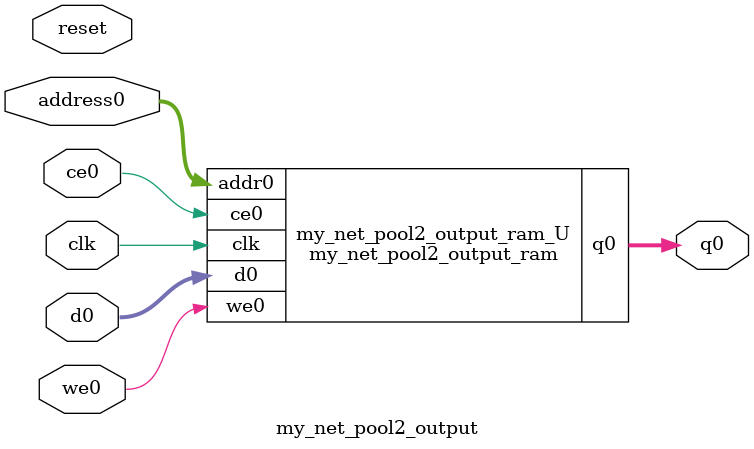
<source format=v>
`timescale 1 ns / 1 ps
module my_net_pool2_output_ram (addr0, ce0, d0, we0, q0,  clk);

parameter DWIDTH = 16;
parameter AWIDTH = 10;
parameter MEM_SIZE = 800;

input[AWIDTH-1:0] addr0;
input ce0;
input[DWIDTH-1:0] d0;
input we0;
output reg[DWIDTH-1:0] q0;
input clk;

(* ram_style = "block" *)reg [DWIDTH-1:0] ram[0:MEM_SIZE-1];




always @(posedge clk)  
begin 
    if (ce0) 
    begin
        if (we0) 
        begin 
            ram[addr0] <= d0; 
        end 
        q0 <= ram[addr0];
    end
end


endmodule

`timescale 1 ns / 1 ps
module my_net_pool2_output(
    reset,
    clk,
    address0,
    ce0,
    we0,
    d0,
    q0);

parameter DataWidth = 32'd16;
parameter AddressRange = 32'd800;
parameter AddressWidth = 32'd10;
input reset;
input clk;
input[AddressWidth - 1:0] address0;
input ce0;
input we0;
input[DataWidth - 1:0] d0;
output[DataWidth - 1:0] q0;



my_net_pool2_output_ram my_net_pool2_output_ram_U(
    .clk( clk ),
    .addr0( address0 ),
    .ce0( ce0 ),
    .we0( we0 ),
    .d0( d0 ),
    .q0( q0 ));

endmodule


</source>
